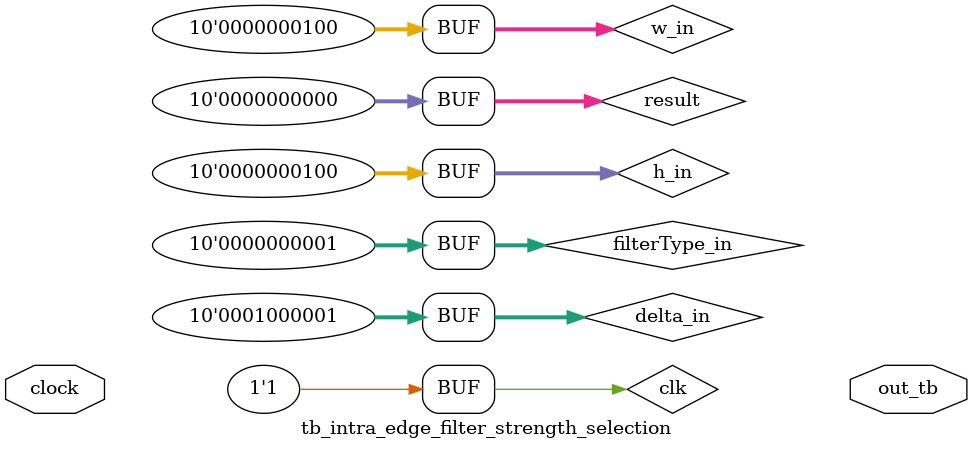
<source format=sv>

`timescale 1ns/1ns

module tb_intra_edge_filter_strength_selection(
	input  logic       clock,
	output       [7:0] out_tb
);

// define internal registers 
logic 			    clk;
logic 		 [9:0] w_in;
logic 		 [9:0] h_in;
logic 		 [9:0] filterType_in;
logic signed [9:0] delta_in;
logic 		 [9:0] result;

// instantiate the uut
intra_edge_filter_strength_selection uut(.clk(clk), 
													  .w(w_in),
													  .h(h_in), 
													  .filterType(filterType_in),
													  .delta(delta_in), 
													  .filter_strength(result));


initial
	begin
		// set all values to 0
		w_in 			  = 8'd0;
		h_in 			  = 8'd0;
		filterType_in = 8'd0;
		delta_in      = 8'd0;
		result		  = 8'd0;
		
		// wait 100ns
		#100;
		
		// set test vectors
		w_in          = 8'd4;
		h_in          = 8'd4;
		filterType_in = 8'd1;
		delta_in      = 8'd65;
		
	end

always
	begin
		clk = 1'b0;
		#5;
		clk = 1'b1;
		#5;
	end

endmodule : tb_intra_edge_filter_strength_selection
</source>
